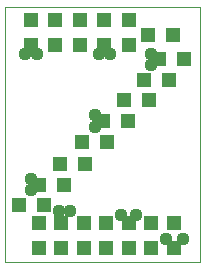
<source format=gts>
G75*
%MOIN*%
%OFA0B0*%
%FSLAX24Y24*%
%IPPOS*%
%LPD*%
%AMOC8*
5,1,8,0,0,1.08239X$1,22.5*
%
%ADD10C,0.0000*%
%ADD11R,0.0512X0.0512*%
%ADD12C,0.0437*%
D10*
X002392Y002517D02*
X002392Y011017D01*
X008892Y011017D01*
X008892Y002517D01*
X002392Y002517D01*
D11*
X003517Y002978D03*
X004267Y002978D03*
X005017Y002978D03*
X005767Y002978D03*
X006517Y002978D03*
X007267Y002978D03*
X008017Y002978D03*
X008017Y003805D03*
X007267Y003805D03*
X006517Y003805D03*
X005767Y003805D03*
X005017Y003805D03*
X004267Y003805D03*
X003680Y004392D03*
X003517Y003805D03*
X002853Y004392D03*
X003541Y005079D03*
X004228Y005767D03*
X004368Y005079D03*
X005055Y005767D03*
X004978Y006517D03*
X005666Y007204D03*
X005805Y006517D03*
X006493Y007204D03*
X006353Y007892D03*
X007041Y008579D03*
X007180Y007892D03*
X007868Y008579D03*
X007541Y009267D03*
X008368Y009267D03*
X007993Y010079D03*
X007166Y010079D03*
X006517Y009728D03*
X005704Y009728D03*
X005704Y010555D03*
X006517Y010555D03*
X004892Y010555D03*
X004079Y010555D03*
X003267Y010555D03*
X003267Y009728D03*
X004079Y009728D03*
X004892Y009728D03*
D12*
X005517Y009454D03*
X005892Y009454D03*
X007267Y009454D03*
X007267Y009079D03*
X005392Y007392D03*
X005392Y007017D03*
X003267Y005267D03*
X003267Y004892D03*
X004204Y004204D03*
X004579Y004204D03*
X006267Y004079D03*
X006767Y004079D03*
X007767Y003267D03*
X008329Y003267D03*
X003454Y009454D03*
X003079Y009454D03*
M02*

</source>
